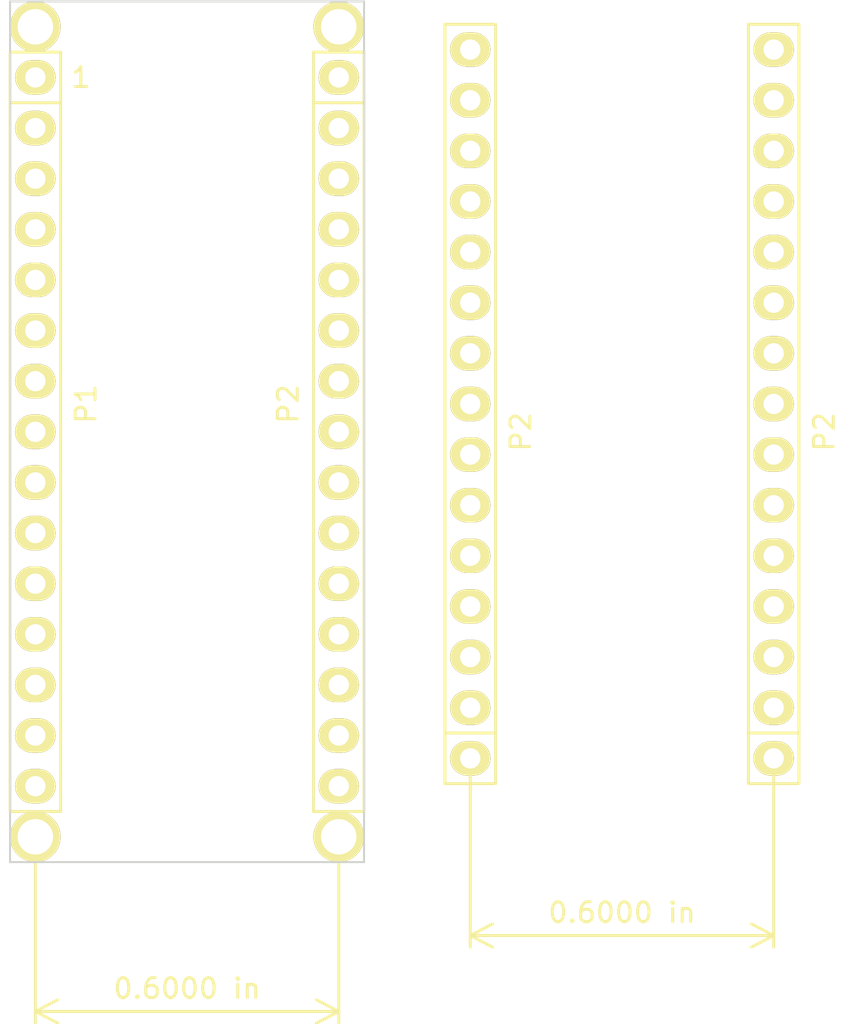
<source format=kicad_pcb>
(kicad_pcb (version 20171130) (host pcbnew 5.1.2-f72e74a~84~ubuntu18.04.1)

  (general
    (thickness 1.6)
    (drawings 22)
    (tracks 0)
    (zones 0)
    (modules 8)
    (nets 33)
  )

  (page A4)
  (title_block
    (date "jeu. 02 avril 2015")
  )

  (layers
    (0 F.Cu signal)
    (31 B.Cu signal)
    (32 B.Adhes user)
    (33 F.Adhes user)
    (34 B.Paste user)
    (35 F.Paste user)
    (36 B.SilkS user)
    (37 F.SilkS user)
    (38 B.Mask user)
    (39 F.Mask user)
    (40 Dwgs.User user)
    (41 Cmts.User user)
    (42 Eco1.User user)
    (43 Eco2.User user)
    (44 Edge.Cuts user)
    (45 Margin user)
    (46 B.CrtYd user)
    (47 F.CrtYd user)
    (48 B.Fab user)
    (49 F.Fab user)
  )

  (setup
    (last_trace_width 0.25)
    (trace_clearance 0.2)
    (zone_clearance 0.508)
    (zone_45_only no)
    (trace_min 0.2)
    (via_size 0.6)
    (via_drill 0.4)
    (via_min_size 0.4)
    (via_min_drill 0.3)
    (uvia_size 0.3)
    (uvia_drill 0.1)
    (uvias_allowed no)
    (uvia_min_size 0.2)
    (uvia_min_drill 0.1)
    (edge_width 0.1)
    (segment_width 0.15)
    (pcb_text_width 0.3)
    (pcb_text_size 1.5 1.5)
    (mod_edge_width 0.15)
    (mod_text_size 1 1)
    (mod_text_width 0.15)
    (pad_size 1.5 1.5)
    (pad_drill 0.6)
    (pad_to_mask_clearance 0)
    (aux_axis_origin 138.176 110.617)
    (visible_elements FFFFFF7F)
    (pcbplotparams
      (layerselection 0x00030_80000001)
      (usegerberextensions false)
      (usegerberattributes false)
      (usegerberadvancedattributes false)
      (creategerberjobfile false)
      (excludeedgelayer true)
      (linewidth 0.100000)
      (plotframeref false)
      (viasonmask false)
      (mode 1)
      (useauxorigin false)
      (hpglpennumber 1)
      (hpglpenspeed 20)
      (hpglpendiameter 15.000000)
      (psnegative false)
      (psa4output false)
      (plotreference true)
      (plotvalue true)
      (plotinvisibletext false)
      (padsonsilk false)
      (subtractmaskfromsilk false)
      (outputformat 1)
      (mirror false)
      (drillshape 1)
      (scaleselection 1)
      (outputdirectory ""))
  )

  (net 0 "")
  (net 1 "/1(Tx)")
  (net 2 "/0(Rx)")
  (net 3 /Reset)
  (net 4 GND)
  (net 5 /2)
  (net 6 "/3(**)")
  (net 7 /4)
  (net 8 "/5(**)")
  (net 9 "/6(**)")
  (net 10 /7)
  (net 11 /8)
  (net 12 "/9(**)")
  (net 13 "/10(**/SS)")
  (net 14 /Vin)
  (net 15 +5V)
  (net 16 /A7)
  (net 17 /A6)
  (net 18 /A5)
  (net 19 /A4)
  (net 20 /A3)
  (net 21 /A2)
  (net 22 /A1)
  (net 23 /A0)
  (net 24 /AREF)
  (net 25 "/13(SCK)")
  (net 26 "Net-(P3-Pad1)")
  (net 27 "Net-(P4-Pad1)")
  (net 28 "Net-(P5-Pad1)")
  (net 29 "Net-(P6-Pad1)")
  (net 30 +3V3)
  (net 31 "/11(**/MOSI)")
  (net 32 "/12(MISO)")

  (net_class Default "This is the default net class."
    (clearance 0.2)
    (trace_width 0.25)
    (via_dia 0.6)
    (via_drill 0.4)
    (uvia_dia 0.3)
    (uvia_drill 0.1)
    (add_net +3V3)
    (add_net +5V)
    (add_net "/0(Rx)")
    (add_net "/1(Tx)")
    (add_net "/10(**/SS)")
    (add_net "/11(**/MOSI)")
    (add_net "/12(MISO)")
    (add_net "/13(SCK)")
    (add_net /2)
    (add_net "/3(**)")
    (add_net /4)
    (add_net "/5(**)")
    (add_net "/6(**)")
    (add_net /7)
    (add_net /8)
    (add_net "/9(**)")
    (add_net /A0)
    (add_net /A1)
    (add_net /A2)
    (add_net /A3)
    (add_net /A4)
    (add_net /A5)
    (add_net /A6)
    (add_net /A7)
    (add_net /AREF)
    (add_net /Reset)
    (add_net /Vin)
    (add_net GND)
    (add_net "Net-(P3-Pad1)")
    (add_net "Net-(P4-Pad1)")
    (add_net "Net-(P5-Pad1)")
    (add_net "Net-(P6-Pad1)")
  )

  (module template:Socket_Strip_Arduino_1x15 (layer F.Cu) (tedit 552169D3) (tstamp 5CE841BD)
    (at 175.26 106.68 90)
    (descr "Through hole socket strip")
    (tags "socket strip")
    (fp_text reference P2 (at 16.383 2.54 90) (layer F.SilkS)
      (effects (font (size 1 1) (thickness 0.15)))
    )
    (fp_text value Analog (at 20.193 2.54 90) (layer F.Fab)
      (effects (font (size 1 1) (thickness 0.15)))
    )
    (fp_line (start 1.27 1.27) (end 1.27 -1.27) (layer F.SilkS) (width 0.15))
    (fp_line (start 36.83 1.27) (end 1.27 1.27) (layer F.SilkS) (width 0.15))
    (fp_line (start 36.83 -1.27) (end 36.83 1.27) (layer F.SilkS) (width 0.15))
    (fp_line (start 1.27 -1.27) (end 36.83 -1.27) (layer F.SilkS) (width 0.15))
    (fp_line (start -1.75 1.75) (end 37.35 1.75) (layer F.CrtYd) (width 0.05))
    (fp_line (start -1.75 -1.75) (end 37.35 -1.75) (layer F.CrtYd) (width 0.05))
    (fp_line (start 37.35 -1.75) (end 37.35 1.75) (layer F.CrtYd) (width 0.05))
    (fp_line (start -1.75 -1.75) (end -1.75 1.75) (layer F.CrtYd) (width 0.05))
    (fp_line (start -1.27 1.27) (end 1.27 1.27) (layer F.SilkS) (width 0.15))
    (fp_line (start -1.27 -1.27) (end -1.27 1.27) (layer F.SilkS) (width 0.15))
    (fp_line (start 1.27 -1.27) (end -1.27 -1.27) (layer F.SilkS) (width 0.15))
    (pad 15 thru_hole oval (at 35.56 0 90) (size 1.7272 2.032) (drill 1.016) (layers *.Cu *.Mask F.SilkS))
    (pad 14 thru_hole oval (at 33.02 0 90) (size 1.7272 2.032) (drill 1.016) (layers *.Cu *.Mask F.SilkS))
    (pad 13 thru_hole oval (at 30.48 0 90) (size 1.7272 2.032) (drill 1.016) (layers *.Cu *.Mask F.SilkS))
    (pad 12 thru_hole oval (at 27.94 0 90) (size 1.7272 2.032) (drill 1.016) (layers *.Cu *.Mask F.SilkS))
    (pad 11 thru_hole oval (at 25.4 0 90) (size 1.7272 2.032) (drill 1.016) (layers *.Cu *.Mask F.SilkS))
    (pad 10 thru_hole oval (at 22.86 0 90) (size 1.7272 2.032) (drill 1.016) (layers *.Cu *.Mask F.SilkS))
    (pad 9 thru_hole oval (at 20.32 0 90) (size 1.7272 2.032) (drill 1.016) (layers *.Cu *.Mask F.SilkS))
    (pad 8 thru_hole oval (at 17.78 0 90) (size 1.7272 2.032) (drill 1.016) (layers *.Cu *.Mask F.SilkS))
    (pad 7 thru_hole oval (at 15.24 0 90) (size 1.7272 2.032) (drill 1.016) (layers *.Cu *.Mask F.SilkS))
    (pad 6 thru_hole oval (at 12.7 0 90) (size 1.7272 2.032) (drill 1.016) (layers *.Cu *.Mask F.SilkS))
    (pad 5 thru_hole oval (at 10.16 0 90) (size 1.7272 2.032) (drill 1.016) (layers *.Cu *.Mask F.SilkS))
    (pad 4 thru_hole oval (at 7.62 0 90) (size 1.7272 2.032) (drill 1.016) (layers *.Cu *.Mask F.SilkS))
    (pad 3 thru_hole oval (at 5.08 0 90) (size 1.7272 2.032) (drill 1.016) (layers *.Cu *.Mask F.SilkS))
    (pad 2 thru_hole oval (at 2.54 0 90) (size 1.7272 2.032) (drill 1.016) (layers *.Cu *.Mask F.SilkS))
    (pad 1 thru_hole oval (at 0 0 90) (size 1.7272 2.032) (drill 1.016) (layers *.Cu *.Mask F.SilkS))
    (model ${KIPRJMOD}/Socket_Arduino_Nano.3dshapes/Socket_header_Arduino_1x15.wrl
      (offset (xyz 17.77999973297119 0 0))
      (scale (xyz 1 1 1))
      (rotate (xyz 0 0 180))
    )
  )

  (module template:Socket_Strip_Arduino_1x15 (layer F.Cu) (tedit 552169D3) (tstamp 5CE840E6)
    (at 160.02 106.68 90)
    (descr "Through hole socket strip")
    (tags "socket strip")
    (fp_text reference P2 (at 16.383 2.54 90) (layer F.SilkS)
      (effects (font (size 1 1) (thickness 0.15)))
    )
    (fp_text value Analog (at 20.193 2.54 90) (layer F.Fab)
      (effects (font (size 1 1) (thickness 0.15)))
    )
    (fp_line (start 1.27 -1.27) (end -1.27 -1.27) (layer F.SilkS) (width 0.15))
    (fp_line (start -1.27 -1.27) (end -1.27 1.27) (layer F.SilkS) (width 0.15))
    (fp_line (start -1.27 1.27) (end 1.27 1.27) (layer F.SilkS) (width 0.15))
    (fp_line (start -1.75 -1.75) (end -1.75 1.75) (layer F.CrtYd) (width 0.05))
    (fp_line (start 37.35 -1.75) (end 37.35 1.75) (layer F.CrtYd) (width 0.05))
    (fp_line (start -1.75 -1.75) (end 37.35 -1.75) (layer F.CrtYd) (width 0.05))
    (fp_line (start -1.75 1.75) (end 37.35 1.75) (layer F.CrtYd) (width 0.05))
    (fp_line (start 1.27 -1.27) (end 36.83 -1.27) (layer F.SilkS) (width 0.15))
    (fp_line (start 36.83 -1.27) (end 36.83 1.27) (layer F.SilkS) (width 0.15))
    (fp_line (start 36.83 1.27) (end 1.27 1.27) (layer F.SilkS) (width 0.15))
    (fp_line (start 1.27 1.27) (end 1.27 -1.27) (layer F.SilkS) (width 0.15))
    (pad 1 thru_hole oval (at 0 0 90) (size 1.7272 2.032) (drill 1.016) (layers *.Cu *.Mask F.SilkS))
    (pad 2 thru_hole oval (at 2.54 0 90) (size 1.7272 2.032) (drill 1.016) (layers *.Cu *.Mask F.SilkS))
    (pad 3 thru_hole oval (at 5.08 0 90) (size 1.7272 2.032) (drill 1.016) (layers *.Cu *.Mask F.SilkS))
    (pad 4 thru_hole oval (at 7.62 0 90) (size 1.7272 2.032) (drill 1.016) (layers *.Cu *.Mask F.SilkS))
    (pad 5 thru_hole oval (at 10.16 0 90) (size 1.7272 2.032) (drill 1.016) (layers *.Cu *.Mask F.SilkS))
    (pad 6 thru_hole oval (at 12.7 0 90) (size 1.7272 2.032) (drill 1.016) (layers *.Cu *.Mask F.SilkS))
    (pad 7 thru_hole oval (at 15.24 0 90) (size 1.7272 2.032) (drill 1.016) (layers *.Cu *.Mask F.SilkS))
    (pad 8 thru_hole oval (at 17.78 0 90) (size 1.7272 2.032) (drill 1.016) (layers *.Cu *.Mask F.SilkS))
    (pad 9 thru_hole oval (at 20.32 0 90) (size 1.7272 2.032) (drill 1.016) (layers *.Cu *.Mask F.SilkS))
    (pad 10 thru_hole oval (at 22.86 0 90) (size 1.7272 2.032) (drill 1.016) (layers *.Cu *.Mask F.SilkS))
    (pad 11 thru_hole oval (at 25.4 0 90) (size 1.7272 2.032) (drill 1.016) (layers *.Cu *.Mask F.SilkS))
    (pad 12 thru_hole oval (at 27.94 0 90) (size 1.7272 2.032) (drill 1.016) (layers *.Cu *.Mask F.SilkS))
    (pad 13 thru_hole oval (at 30.48 0 90) (size 1.7272 2.032) (drill 1.016) (layers *.Cu *.Mask F.SilkS))
    (pad 14 thru_hole oval (at 33.02 0 90) (size 1.7272 2.032) (drill 1.016) (layers *.Cu *.Mask F.SilkS))
    (pad 15 thru_hole oval (at 35.56 0 90) (size 1.7272 2.032) (drill 1.016) (layers *.Cu *.Mask F.SilkS))
    (model ${KIPRJMOD}/Socket_Arduino_Nano.3dshapes/Socket_header_Arduino_1x15.wrl
      (offset (xyz 17.77999973297119 0 0))
      (scale (xyz 1 1 1))
      (rotate (xyz 0 0 180))
    )
  )

  (module Socket_Arduino_Nano:Socket_Strip_Arduino_1x15 locked (layer F.Cu) (tedit 552169C6) (tstamp 551FC9D0)
    (at 138.176 72.517 270)
    (descr "Through hole socket strip")
    (tags "socket strip")
    (path /56D73FAC)
    (fp_text reference P1 (at 16.383 -2.54 270) (layer F.SilkS)
      (effects (font (size 1 1) (thickness 0.15)))
    )
    (fp_text value Digital (at 20.193 -2.54 270) (layer F.Fab)
      (effects (font (size 1 1) (thickness 0.15)))
    )
    (fp_line (start 1.27 -1.27) (end -1.27 -1.27) (layer F.SilkS) (width 0.15))
    (fp_line (start -1.27 -1.27) (end -1.27 1.27) (layer F.SilkS) (width 0.15))
    (fp_line (start -1.27 1.27) (end 1.27 1.27) (layer F.SilkS) (width 0.15))
    (fp_line (start -1.75 -1.75) (end -1.75 1.75) (layer F.CrtYd) (width 0.05))
    (fp_line (start 37.35 -1.75) (end 37.35 1.75) (layer F.CrtYd) (width 0.05))
    (fp_line (start -1.75 -1.75) (end 37.35 -1.75) (layer F.CrtYd) (width 0.05))
    (fp_line (start -1.75 1.75) (end 37.35 1.75) (layer F.CrtYd) (width 0.05))
    (fp_line (start 1.27 -1.27) (end 36.83 -1.27) (layer F.SilkS) (width 0.15))
    (fp_line (start 36.83 -1.27) (end 36.83 1.27) (layer F.SilkS) (width 0.15))
    (fp_line (start 36.83 1.27) (end 1.27 1.27) (layer F.SilkS) (width 0.15))
    (fp_line (start 1.27 1.27) (end 1.27 -1.27) (layer F.SilkS) (width 0.15))
    (pad 1 thru_hole oval (at 0 0 270) (size 1.7272 2.032) (drill 1.016) (layers *.Cu *.Mask F.SilkS)
      (net 1 "/1(Tx)"))
    (pad 2 thru_hole oval (at 2.54 0 270) (size 1.7272 2.032) (drill 1.016) (layers *.Cu *.Mask F.SilkS)
      (net 2 "/0(Rx)"))
    (pad 3 thru_hole oval (at 5.08 0 270) (size 1.7272 2.032) (drill 1.016) (layers *.Cu *.Mask F.SilkS)
      (net 3 /Reset))
    (pad 4 thru_hole oval (at 7.62 0 270) (size 1.7272 2.032) (drill 1.016) (layers *.Cu *.Mask F.SilkS)
      (net 4 GND))
    (pad 5 thru_hole oval (at 10.16 0 270) (size 1.7272 2.032) (drill 1.016) (layers *.Cu *.Mask F.SilkS)
      (net 5 /2))
    (pad 6 thru_hole oval (at 12.7 0 270) (size 1.7272 2.032) (drill 1.016) (layers *.Cu *.Mask F.SilkS)
      (net 6 "/3(**)"))
    (pad 7 thru_hole oval (at 15.24 0 270) (size 1.7272 2.032) (drill 1.016) (layers *.Cu *.Mask F.SilkS)
      (net 7 /4))
    (pad 8 thru_hole oval (at 17.78 0 270) (size 1.7272 2.032) (drill 1.016) (layers *.Cu *.Mask F.SilkS)
      (net 8 "/5(**)"))
    (pad 9 thru_hole oval (at 20.32 0 270) (size 1.7272 2.032) (drill 1.016) (layers *.Cu *.Mask F.SilkS)
      (net 9 "/6(**)"))
    (pad 10 thru_hole oval (at 22.86 0 270) (size 1.7272 2.032) (drill 1.016) (layers *.Cu *.Mask F.SilkS)
      (net 10 /7))
    (pad 11 thru_hole oval (at 25.4 0 270) (size 1.7272 2.032) (drill 1.016) (layers *.Cu *.Mask F.SilkS)
      (net 11 /8))
    (pad 12 thru_hole oval (at 27.94 0 270) (size 1.7272 2.032) (drill 1.016) (layers *.Cu *.Mask F.SilkS)
      (net 12 "/9(**)"))
    (pad 13 thru_hole oval (at 30.48 0 270) (size 1.7272 2.032) (drill 1.016) (layers *.Cu *.Mask F.SilkS)
      (net 13 "/10(**/SS)"))
    (pad 14 thru_hole oval (at 33.02 0 270) (size 1.7272 2.032) (drill 1.016) (layers *.Cu *.Mask F.SilkS)
      (net 31 "/11(**/MOSI)"))
    (pad 15 thru_hole oval (at 35.56 0 270) (size 1.7272 2.032) (drill 1.016) (layers *.Cu *.Mask F.SilkS)
      (net 32 "/12(MISO)"))
    (model ${KIPRJMOD}/Socket_Arduino_Nano.3dshapes/Socket_header_Arduino_1x15.wrl
      (offset (xyz 17.77999973297119 0 0))
      (scale (xyz 1 1 1))
      (rotate (xyz 0 0 180))
    )
  )

  (module Socket_Arduino_Nano:Socket_Strip_Arduino_1x15 locked (layer F.Cu) (tedit 552169D3) (tstamp 551FC9EE)
    (at 153.416 72.517 270)
    (descr "Through hole socket strip")
    (tags "socket strip")
    (path /56D740C7)
    (fp_text reference P2 (at 16.383 2.54 270) (layer F.SilkS)
      (effects (font (size 1 1) (thickness 0.15)))
    )
    (fp_text value Analog (at 20.193 2.54 270) (layer F.Fab)
      (effects (font (size 1 1) (thickness 0.15)))
    )
    (fp_line (start 1.27 -1.27) (end -1.27 -1.27) (layer F.SilkS) (width 0.15))
    (fp_line (start -1.27 -1.27) (end -1.27 1.27) (layer F.SilkS) (width 0.15))
    (fp_line (start -1.27 1.27) (end 1.27 1.27) (layer F.SilkS) (width 0.15))
    (fp_line (start -1.75 -1.75) (end -1.75 1.75) (layer F.CrtYd) (width 0.05))
    (fp_line (start 37.35 -1.75) (end 37.35 1.75) (layer F.CrtYd) (width 0.05))
    (fp_line (start -1.75 -1.75) (end 37.35 -1.75) (layer F.CrtYd) (width 0.05))
    (fp_line (start -1.75 1.75) (end 37.35 1.75) (layer F.CrtYd) (width 0.05))
    (fp_line (start 1.27 -1.27) (end 36.83 -1.27) (layer F.SilkS) (width 0.15))
    (fp_line (start 36.83 -1.27) (end 36.83 1.27) (layer F.SilkS) (width 0.15))
    (fp_line (start 36.83 1.27) (end 1.27 1.27) (layer F.SilkS) (width 0.15))
    (fp_line (start 1.27 1.27) (end 1.27 -1.27) (layer F.SilkS) (width 0.15))
    (pad 1 thru_hole oval (at 0 0 270) (size 1.7272 2.032) (drill 1.016) (layers *.Cu *.Mask F.SilkS)
      (net 14 /Vin))
    (pad 2 thru_hole oval (at 2.54 0 270) (size 1.7272 2.032) (drill 1.016) (layers *.Cu *.Mask F.SilkS)
      (net 4 GND))
    (pad 3 thru_hole oval (at 5.08 0 270) (size 1.7272 2.032) (drill 1.016) (layers *.Cu *.Mask F.SilkS)
      (net 3 /Reset))
    (pad 4 thru_hole oval (at 7.62 0 270) (size 1.7272 2.032) (drill 1.016) (layers *.Cu *.Mask F.SilkS)
      (net 15 +5V))
    (pad 5 thru_hole oval (at 10.16 0 270) (size 1.7272 2.032) (drill 1.016) (layers *.Cu *.Mask F.SilkS)
      (net 16 /A7))
    (pad 6 thru_hole oval (at 12.7 0 270) (size 1.7272 2.032) (drill 1.016) (layers *.Cu *.Mask F.SilkS)
      (net 17 /A6))
    (pad 7 thru_hole oval (at 15.24 0 270) (size 1.7272 2.032) (drill 1.016) (layers *.Cu *.Mask F.SilkS)
      (net 18 /A5))
    (pad 8 thru_hole oval (at 17.78 0 270) (size 1.7272 2.032) (drill 1.016) (layers *.Cu *.Mask F.SilkS)
      (net 19 /A4))
    (pad 9 thru_hole oval (at 20.32 0 270) (size 1.7272 2.032) (drill 1.016) (layers *.Cu *.Mask F.SilkS)
      (net 20 /A3))
    (pad 10 thru_hole oval (at 22.86 0 270) (size 1.7272 2.032) (drill 1.016) (layers *.Cu *.Mask F.SilkS)
      (net 21 /A2))
    (pad 11 thru_hole oval (at 25.4 0 270) (size 1.7272 2.032) (drill 1.016) (layers *.Cu *.Mask F.SilkS)
      (net 22 /A1))
    (pad 12 thru_hole oval (at 27.94 0 270) (size 1.7272 2.032) (drill 1.016) (layers *.Cu *.Mask F.SilkS)
      (net 23 /A0))
    (pad 13 thru_hole oval (at 30.48 0 270) (size 1.7272 2.032) (drill 1.016) (layers *.Cu *.Mask F.SilkS)
      (net 24 /AREF))
    (pad 14 thru_hole oval (at 33.02 0 270) (size 1.7272 2.032) (drill 1.016) (layers *.Cu *.Mask F.SilkS)
      (net 30 +3V3))
    (pad 15 thru_hole oval (at 35.56 0 270) (size 1.7272 2.032) (drill 1.016) (layers *.Cu *.Mask F.SilkS)
      (net 25 "/13(SCK)"))
    (model ${KIPRJMOD}/Socket_Arduino_Nano.3dshapes/Socket_header_Arduino_1x15.wrl
      (offset (xyz 17.77999973297119 0 0))
      (scale (xyz 1 1 1))
      (rotate (xyz 0 0 180))
    )
  )

  (module Socket_Arduino_Nano:1pin_Nano locked (layer F.Cu) (tedit 5521156E) (tstamp 55211553)
    (at 138.176 69.977)
    (descr "module 1 pin (ou trou mecanique de percage)")
    (tags DEV)
    (path /56D73ADD)
    (fp_text reference P3 (at 0 -2.032) (layer F.SilkS) hide
      (effects (font (size 1 1) (thickness 0.15)))
    )
    (fp_text value CONN_01X01 (at 0 2.032) (layer F.Fab) hide
      (effects (font (size 1 1) (thickness 0.15)))
    )
    (pad 1 thru_hole circle (at 0 0) (size 2.54 2.54) (drill 1.778) (layers *.Cu *.Mask F.SilkS)
      (net 26 "Net-(P3-Pad1)"))
  )

  (module Socket_Arduino_Nano:1pin_Nano locked (layer F.Cu) (tedit 55211594) (tstamp 55211558)
    (at 138.176 110.617)
    (descr "module 1 pin (ou trou mecanique de percage)")
    (tags DEV)
    (path /56D73D86)
    (fp_text reference P4 (at 0 -2.032) (layer F.SilkS) hide
      (effects (font (size 1 1) (thickness 0.15)))
    )
    (fp_text value CONN_01X01 (at 0 2.032) (layer F.Fab) hide
      (effects (font (size 1 1) (thickness 0.15)))
    )
    (pad 1 thru_hole circle (at 0 0) (size 2.54 2.54) (drill 1.778) (layers *.Cu *.Mask F.SilkS)
      (net 27 "Net-(P4-Pad1)"))
  )

  (module Socket_Arduino_Nano:1pin_Nano locked (layer F.Cu) (tedit 552115A5) (tstamp 5521155D)
    (at 153.416 110.617)
    (descr "module 1 pin (ou trou mecanique de percage)")
    (tags DEV)
    (path /56D73DAE)
    (fp_text reference P5 (at 0 -2.032) (layer F.SilkS) hide
      (effects (font (size 1 1) (thickness 0.15)))
    )
    (fp_text value CONN_01X01 (at 0 2.032) (layer F.Fab) hide
      (effects (font (size 1 1) (thickness 0.15)))
    )
    (pad 1 thru_hole circle (at 0 0) (size 2.54 2.54) (drill 1.778) (layers *.Cu *.Mask F.SilkS)
      (net 28 "Net-(P5-Pad1)"))
  )

  (module Socket_Arduino_Nano:1pin_Nano locked (layer F.Cu) (tedit 552115BD) (tstamp 55211562)
    (at 153.416 69.977)
    (descr "module 1 pin (ou trou mecanique de percage)")
    (tags DEV)
    (path /56D73DD9)
    (fp_text reference P6 (at 0 -2.032) (layer F.SilkS) hide
      (effects (font (size 1 1) (thickness 0.15)))
    )
    (fp_text value CONN_01X01 (at 0 2.032) (layer F.Fab) hide
      (effects (font (size 1 1) (thickness 0.15)))
    )
    (pad 1 thru_hole circle (at 0 0) (size 2.54 2.54) (drill 1.778) (layers *.Cu *.Mask F.SilkS)
      (net 29 "Net-(P6-Pad1)"))
  )

  (dimension 15.24 (width 0.15) (layer F.SilkS)
    (gr_text "15.240 mm" (at 167.64 116.87) (layer F.SilkS)
      (effects (font (size 1 1) (thickness 0.15)))
    )
    (feature1 (pts (xy 175.26 106.68) (xy 175.26 116.156421)))
    (feature2 (pts (xy 160.02 106.68) (xy 160.02 116.156421)))
    (crossbar (pts (xy 160.02 115.57) (xy 175.26 115.57)))
    (arrow1a (pts (xy 175.26 115.57) (xy 174.133496 116.156421)))
    (arrow1b (pts (xy 175.26 115.57) (xy 174.133496 114.983579)))
    (arrow2a (pts (xy 160.02 115.57) (xy 161.146504 116.156421)))
    (arrow2b (pts (xy 160.02 115.57) (xy 161.146504 114.983579)))
  )
  (dimension 15.24 (width 0.15) (layer F.SilkS)
    (gr_text "15.240 mm" (at 145.796 120.68) (layer F.SilkS)
      (effects (font (size 1 1) (thickness 0.15)))
    )
    (feature1 (pts (xy 138.176 110.617) (xy 138.176 119.966421)))
    (feature2 (pts (xy 153.416 110.617) (xy 153.416 119.966421)))
    (crossbar (pts (xy 153.416 119.38) (xy 138.176 119.38)))
    (arrow1a (pts (xy 138.176 119.38) (xy 139.302504 118.793579)))
    (arrow1b (pts (xy 138.176 119.38) (xy 139.302504 119.966421)))
    (arrow2a (pts (xy 153.416 119.38) (xy 152.289496 118.793579)))
    (arrow2b (pts (xy 153.416 119.38) (xy 152.289496 119.966421)))
  )
  (gr_text 1 (at 140.462 72.517) (layer F.SilkS)
    (effects (font (size 1 1) (thickness 0.15)))
  )
  (gr_line (start 149.352 113.792) (end 149.352 111.887) (angle 90) (layer Dwgs.User) (width 0.15))
  (gr_line (start 149.352 104.267) (end 149.352 111.887) (angle 90) (layer Dwgs.User) (width 0.15))
  (gr_line (start 142.24 104.267) (end 149.352 104.267) (angle 90) (layer Dwgs.User) (width 0.15))
  (gr_line (start 142.24 111.887) (end 142.24 104.267) (angle 90) (layer Dwgs.User) (width 0.15))
  (gr_line (start 142.24 113.792) (end 149.352 113.792) (angle 90) (layer Dwgs.User) (width 0.15))
  (gr_line (start 142.24 111.887) (end 142.24 113.792) (angle 90) (layer Dwgs.User) (width 0.15))
  (gr_line (start 144.272 89.027) (end 144.272 86.487) (angle 90) (layer Dwgs.User) (width 0.15))
  (gr_line (start 148.209 89.027) (end 144.272 89.027) (angle 90) (layer Dwgs.User) (width 0.15))
  (gr_line (start 148.209 86.487) (end 148.209 89.027) (angle 90) (layer Dwgs.User) (width 0.15))
  (gr_line (start 144.272 86.487) (end 148.209 86.487) (angle 90) (layer Dwgs.User) (width 0.15))
  (gr_circle (center 146.304 87.757) (end 145.542 87.757) (layer Dwgs.User) (width 0.15))
  (gr_line (start 149.606 68.707) (end 141.986 68.707) (angle 90) (layer Dwgs.User) (width 0.15))
  (gr_line (start 149.606 73.787) (end 149.606 68.707) (angle 90) (layer Dwgs.User) (width 0.15))
  (gr_line (start 141.986 73.787) (end 149.606 73.787) (angle 90) (layer Dwgs.User) (width 0.15))
  (gr_line (start 141.986 68.707) (end 141.986 73.787) (angle 90) (layer Dwgs.User) (width 0.15))
  (gr_line (start 136.906 68.707) (end 136.906 111.887) (angle 90) (layer Edge.Cuts) (width 0.1))
  (gr_line (start 154.686 68.707) (end 136.906 68.707) (angle 90) (layer Edge.Cuts) (width 0.1))
  (gr_line (start 154.686 111.887) (end 154.686 68.707) (angle 90) (layer Edge.Cuts) (width 0.1))
  (gr_line (start 136.906 111.887) (end 154.686 111.887) (angle 90) (layer Edge.Cuts) (width 0.1))

)

</source>
